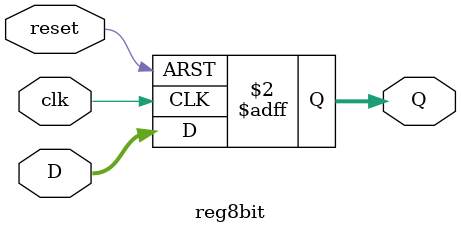
<source format=v>
`timescale 1ns / 1ps

module reg8bit(
    input [7:0] D,
    input clk,
    input reset,
    output reg[7:0] Q
    );
    
    always@(posedge clk or posedge reset )
        if(reset) 
         begin Q <= 8'd0; end
        else Q <= D;  
endmodule

</source>
